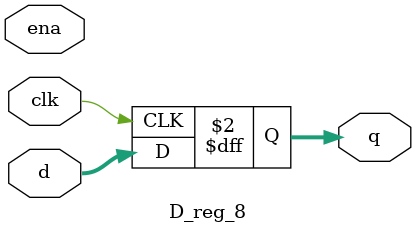
<source format=v>
module D_reg_8

#(
	parameter WIDTH = 8
)

(
input ena,
input clk,
input [WIDTH - 1 : 0] d,
output reg [WIDTH - 1 : 0] q
);

always @ (posedge clk)
//if (ena)
	q <= d;
 
endmodule
</source>
